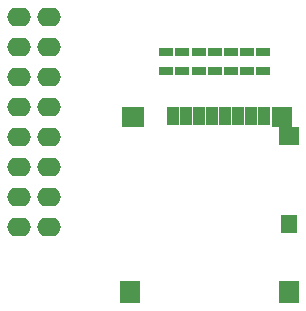
<source format=gts>
G04*
G04 #@! TF.GenerationSoftware,Altium Limited,Altium Designer,23.5.1 (21)*
G04*
G04 Layer_Color=8388736*
%FSLAX44Y44*%
%MOMM*%
G71*
G04*
G04 #@! TF.SameCoordinates,BAE598E1-DFF8-4769-8F25-E61B10B1D6D2*
G04*
G04*
G04 #@! TF.FilePolarity,Negative*
G04*
G01*
G75*
%ADD20R,1.7032X1.5032*%
%ADD21R,1.7032X1.9032*%
%ADD22R,1.4032X1.6032*%
%ADD23R,1.9032X1.7032*%
%ADD24R,1.8032X1.7032*%
%ADD25R,1.0032X1.6032*%
%ADD26R,1.1532X0.8032*%
%ADD27O,2.0032X1.6032*%
D20*
X252750Y147250D02*
D03*
D21*
X117750Y15250D02*
D03*
X252750D02*
D03*
D22*
Y73250D02*
D03*
D23*
X120250Y163750D02*
D03*
D24*
X246250D02*
D03*
D25*
X154250Y164750D02*
D03*
X165250D02*
D03*
X176250D02*
D03*
X187250D02*
D03*
X198250D02*
D03*
X209250D02*
D03*
X220250D02*
D03*
X231250D02*
D03*
D26*
X230750Y202500D02*
D03*
Y218500D02*
D03*
X148500Y202500D02*
D03*
Y218500D02*
D03*
X162250Y202500D02*
D03*
Y218500D02*
D03*
X175960Y202500D02*
D03*
Y218500D02*
D03*
X189500D02*
D03*
Y202500D02*
D03*
X217000D02*
D03*
Y218500D02*
D03*
X203250D02*
D03*
Y202500D02*
D03*
D27*
X24053Y70696D02*
D03*
Y96096D02*
D03*
Y121496D02*
D03*
Y146896D02*
D03*
Y172295D02*
D03*
Y197696D02*
D03*
Y223095D02*
D03*
Y248496D02*
D03*
X49453Y70696D02*
D03*
Y96096D02*
D03*
Y121496D02*
D03*
Y146896D02*
D03*
Y172295D02*
D03*
Y197696D02*
D03*
Y223095D02*
D03*
Y248496D02*
D03*
M02*

</source>
